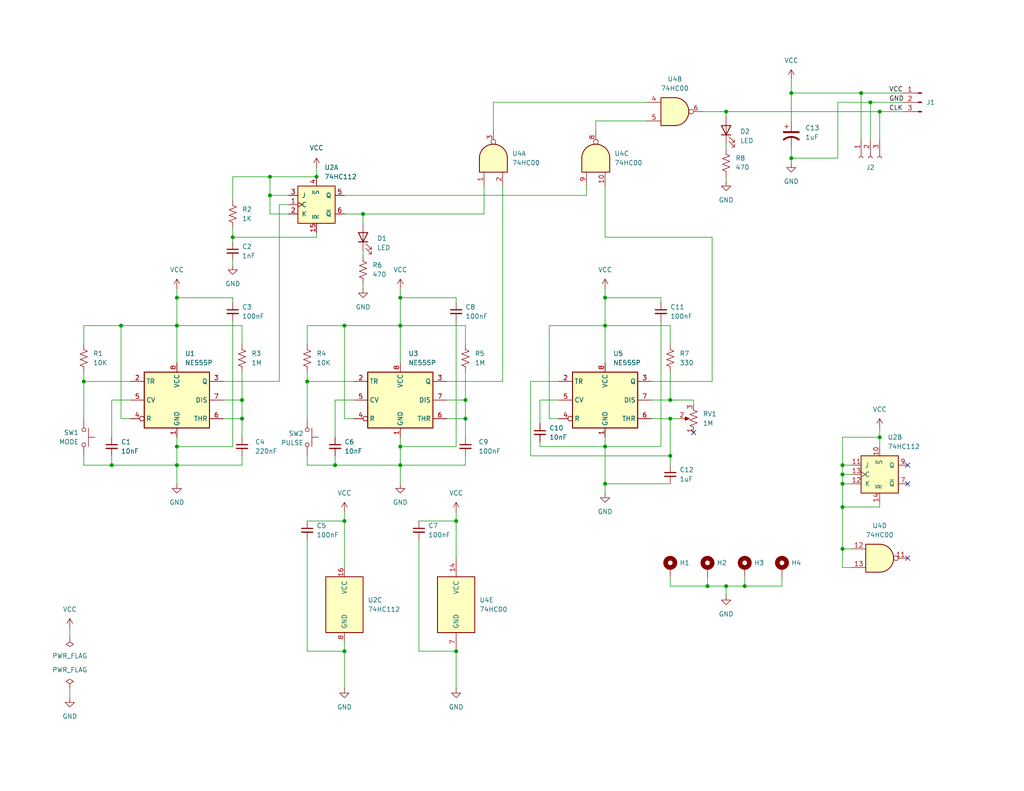
<source format=kicad_sch>
(kicad_sch (version 20250114) (generator "eeschema") (generator_version "9.0")
  (paper "USLetter")
  (title_block (title "Clock Module") (date "2025-07-08") (rev "2") (comment 1 "Frequency range in astable mode is ~1 Hz to ~3 kHz") (comment 2 "Supports both astable and monostable clock operation."))
  (lib_symbols
    (symbol "74xx:74HC00" (pin_names (offset 1.016))
      (property "Reference" "U" (at 0 1.27 0))
      (property "Value" "74HC00" (at 0 -1.27 0))
      (symbol "74HC00_1_1"
        (arc (start 0 3.81) (mid 3.7934 0) (end 0 -3.81) (stroke (width 0.254)) (fill (type background)))
        (polyline (pts (xy 0 3.81) (xy -3.81 3.81) (xy -3.81 -3.81) (xy 0 -3.81)) (stroke (width 0.254)) (fill (type background)))
        (pin input line (at -7.62 2.54 0) (length 3.81) (name "~") (number "1"))
        (pin input line (at -7.62 -2.54 0) (length 3.81) (name "~") (number "2"))
        (pin output inverted (at 7.62 0 180) (length 3.81) (name "~") (number "3"))
      )
      (symbol "74HC00_1_2"
        (arc (start -3.81 3.81) (mid -2.589 0) (end -3.81 -3.81) (stroke (width 0.254)))
        (polyline (pts (xy -3.81 3.81) (xy -0.635 3.81)) (stroke (width 0.254)) (fill (type background)))
        (polyline (pts (xy -3.81 -3.81) (xy -0.635 -3.81)) (stroke (width 0.254)) (fill (type background)))
        (arc (start 3.81 0) (mid 2.1855 -2.584) (end -0.6096 -3.81) (stroke (width 0.254)) (fill (type background)))
        (arc (start -0.6096 3.81) (mid 2.1928 2.5924) (end 3.81 0) (stroke (width 0.254)) (fill (type background)))
        (polyline (pts (xy -0.635 3.81) (xy -3.81 3.81) (xy -3.81 3.81) (xy -3.556 3.4036) (xy -3.0226 2.2606) (xy -2.6924 1.0414) (xy -2.6162 -0.254) (xy -2.7686 -1.4986) (xy -3.175 -2.7178) (xy -3.81 -3.81) (xy -3.81 -3.81) (xy -0.635 -3.81)) (stroke (width -25.4)) (fill (type background)))
        (pin input inverted (at -7.62 2.54 0) (length 4.318) (name "~") (number "1"))
        (pin input inverted (at -7.62 -2.54 0) (length 4.318) (name "~") (number "2"))
        (pin output line (at 7.62 0 180) (length 3.81) (name "~") (number "3"))
      )
      (symbol "74HC00_2_1"
        (arc (start 0 3.81) (mid 3.7934 0) (end 0 -3.81) (stroke (width 0.254)) (fill (type background)))
        (polyline (pts (xy 0 3.81) (xy -3.81 3.81) (xy -3.81 -3.81) (xy 0 -3.81)) (stroke (width 0.254)) (fill (type background)))
        (pin input line (at -7.62 2.54 0) (length 3.81) (name "~") (number "4"))
        (pin input line (at -7.62 -2.54 0) (length 3.81) (name "~") (number "5"))
        (pin output inverted (at 7.62 0 180) (length 3.81) (name "~") (number "6"))
      )
      (symbol "74HC00_2_2"
        (arc (start -3.81 3.81) (mid -2.589 0) (end -3.81 -3.81) (stroke (width 0.254)))
        (polyline (pts (xy -3.81 3.81) (xy -0.635 3.81)) (stroke (width 0.254)) (fill (type background)))
        (polyline (pts (xy -3.81 -3.81) (xy -0.635 -3.81)) (stroke (width 0.254)) (fill (type background)))
        (arc (start 3.81 0) (mid 2.1855 -2.584) (end -0.6096 -3.81) (stroke (width 0.254)) (fill (type background)))
        (arc (start -0.6096 3.81) (mid 2.1928 2.5924) (end 3.81 0) (stroke (width 0.254)) (fill (type background)))
        (polyline (pts (xy -0.635 3.81) (xy -3.81 3.81) (xy -3.81 3.81) (xy -3.556 3.4036) (xy -3.0226 2.2606) (xy -2.6924 1.0414) (xy -2.6162 -0.254) (xy -2.7686 -1.4986) (xy -3.175 -2.7178) (xy -3.81 -3.81) (xy -3.81 -3.81) (xy -0.635 -3.81)) (stroke (width -25.4)) (fill (type background)))
        (pin input inverted (at -7.62 2.54 0) (length 4.318) (name "~") (number "4"))
        (pin input inverted (at -7.62 -2.54 0) (length 4.318) (name "~") (number "5"))
        (pin output line (at 7.62 0 180) (length 3.81) (name "~") (number "6"))
      )
      (symbol "74HC00_3_1"
        (arc (start 0 3.81) (mid 3.7934 0) (end 0 -3.81) (stroke (width 0.254)) (fill (type background)))
        (polyline (pts (xy 0 3.81) (xy -3.81 3.81) (xy -3.81 -3.81) (xy 0 -3.81)) (stroke (width 0.254)) (fill (type background)))
        (pin input line (at -7.62 2.54 0) (length 3.81) (name "~") (number "9"))
        (pin input line (at -7.62 -2.54 0) (length 3.81) (name "~") (number "10"))
        (pin output inverted (at 7.62 0 180) (length 3.81) (name "~") (number "8"))
      )
      (symbol "74HC00_3_2"
        (arc (start -3.81 3.81) (mid -2.589 0) (end -3.81 -3.81) (stroke (width 0.254)))
        (polyline (pts (xy -3.81 3.81) (xy -0.635 3.81)) (stroke (width 0.254)) (fill (type background)))
        (polyline (pts (xy -3.81 -3.81) (xy -0.635 -3.81)) (stroke (width 0.254)) (fill (type background)))
        (arc (start 3.81 0) (mid 2.1855 -2.584) (end -0.6096 -3.81) (stroke (width 0.254)) (fill (type background)))
        (arc (start -0.6096 3.81) (mid 2.1928 2.5924) (end 3.81 0) (stroke (width 0.254)) (fill (type background)))
        (polyline (pts (xy -0.635 3.81) (xy -3.81 3.81) (xy -3.81 3.81) (xy -3.556 3.4036) (xy -3.0226 2.2606) (xy -2.6924 1.0414) (xy -2.6162 -0.254) (xy -2.7686 -1.4986) (xy -3.175 -2.7178) (xy -3.81 -3.81) (xy -3.81 -3.81) (xy -0.635 -3.81)) (stroke (width -25.4)) (fill (type background)))
        (pin input inverted (at -7.62 2.54 0) (length 4.318) (name "~") (number "9"))
        (pin input inverted (at -7.62 -2.54 0) (length 4.318) (name "~") (number "10"))
        (pin output line (at 7.62 0 180) (length 3.81) (name "~") (number "8"))
      )
      (symbol "74HC00_4_1"
        (arc (start 0 3.81) (mid 3.7934 0) (end 0 -3.81) (stroke (width 0.254)) (fill (type background)))
        (polyline (pts (xy 0 3.81) (xy -3.81 3.81) (xy -3.81 -3.81) (xy 0 -3.81)) (stroke (width 0.254)) (fill (type background)))
        (pin input line (at -7.62 2.54 0) (length 3.81) (name "~") (number "12"))
        (pin input line (at -7.62 -2.54 0) (length 3.81) (name "~") (number "13"))
        (pin output inverted (at 7.62 0 180) (length 3.81) (name "~") (number "11"))
      )
      (symbol "74HC00_4_2"
        (arc (start -3.81 3.81) (mid -2.589 0) (end -3.81 -3.81) (stroke (width 0.254)))
        (polyline (pts (xy -3.81 3.81) (xy -0.635 3.81)) (stroke (width 0.254)) (fill (type background)))
        (polyline (pts (xy -3.81 -3.81) (xy -0.635 -3.81)) (stroke (width 0.254)) (fill (type background)))
        (arc (start 3.81 0) (mid 2.1855 -2.584) (end -0.6096 -3.81) (stroke (width 0.254)) (fill (type background)))
        (arc (start -0.6096 3.81) (mid 2.1928 2.5924) (end 3.81 0) (stroke (width 0.254)) (fill (type background)))
        (polyline (pts (xy -0.635 3.81) (xy -3.81 3.81) (xy -3.81 3.81) (xy -3.556 3.4036) (xy -3.0226 2.2606) (xy -2.6924 1.0414) (xy -2.6162 -0.254) (xy -2.7686 -1.4986) (xy -3.175 -2.7178) (xy -3.81 -3.81) (xy -3.81 -3.81) (xy -0.635 -3.81)) (stroke (width -25.4)) (fill (type background)))
        (pin input inverted (at -7.62 2.54 0) (length 4.318) (name "~") (number "12"))
        (pin input inverted (at -7.62 -2.54 0) (length 4.318) (name "~") (number "13"))
        (pin output line (at 7.62 0 180) (length 3.81) (name "~") (number "11"))
      )
      (symbol "74HC00_5_0"
        (pin power_in line (at 0 12.7 270) (length 5.08) (name "VCC") (number "14"))
        (pin power_in line (at 0 -12.7 90) (length 5.08) (name "GND") (number "7"))
      )
      (symbol "74HC00_5_1"
        (rectangle (start -5.08 7.62) (end 5.08 -7.62) (stroke (width 0.254)) (fill (type background)))
      )
    )
    (symbol "Connector:Conn_01x03_Pin" (pin_names (offset 1.016) (hide yes))
      (property "Reference" "J" (at 0 5.08 0))
      (property "Value" "Conn_01x03_Pin" (at 0 -5.08 0))
      (symbol "Conn_01x03_Pin_1_1"
        (rectangle (start 0.8636 2.667) (end 0 2.413) (stroke (width 0.1524)) (fill (type outline)))
        (rectangle (start 0.8636 0.127) (end 0 -0.127) (stroke (width 0.1524)) (fill (type outline)))
        (rectangle (start 0.8636 -2.413) (end 0 -2.667) (stroke (width 0.1524)) (fill (type outline)))
        (polyline (pts (xy 1.27 2.54) (xy 0.8636 2.54)) (stroke (width 0.1524)))
        (polyline (pts (xy 1.27 0) (xy 0.8636 0)) (stroke (width 0.1524)))
        (polyline (pts (xy 1.27 -2.54) (xy 0.8636 -2.54)) (stroke (width 0.1524)))
        (pin passive line (at 5.08 2.54 180) (length 3.81) (name "Pin_1") (number "1"))
        (pin passive line (at 5.08 0 180) (length 3.81) (name "Pin_2") (number "2"))
        (pin passive line (at 5.08 -2.54 180) (length 3.81) (name "Pin_3") (number "3"))
      )
    )
    (symbol "Connector:Conn_01x03_Socket" (pin_names (offset 1.016) (hide yes))
      (property "Reference" "J" (at 0 5.08 0))
      (property "Value" "Conn_01x03_Socket" (at 0 -5.08 0))
      (symbol "Conn_01x03_Socket_1_1"
        (polyline (pts (xy -1.27 2.54) (xy -0.508 2.54)) (stroke (width 0.1524)))
        (polyline (pts (xy -1.27 0) (xy -0.508 0)) (stroke (width 0.1524)))
        (polyline (pts (xy -1.27 -2.54) (xy -0.508 -2.54)) (stroke (width 0.1524)))
        (arc (start 0 2.032) (mid -0.5058 2.54) (end 0 3.048) (stroke (width 0.1524)))
        (arc (start 0 -0.508) (mid -0.5058 0) (end 0 0.508) (stroke (width 0.1524)))
        (arc (start 0 -3.048) (mid -0.5058 -2.54) (end 0 -2.032) (stroke (width 0.1524)))
        (pin passive line (at -5.08 2.54 0) (length 3.81) (name "Pin_1") (number "1"))
        (pin passive line (at -5.08 0 0) (length 3.81) (name "Pin_2") (number "2"))
        (pin passive line (at -5.08 -2.54 0) (length 3.81) (name "Pin_3") (number "3"))
      )
    )
    (symbol "Device:C_Polarized_US" (pin_numbers (hide yes)) (pin_names (offset 0.254) (hide yes))
      (property "Reference" "C" (at 0.635 2.54 0))
      (property "Value" "C_Polarized_US" (at 0.635 -2.54 0))
      (symbol "C_Polarized_US_0_1"
        (polyline (pts (xy -2.032 0.762) (xy 2.032 0.762)) (stroke (width 0.508)))
        (polyline (pts (xy -1.778 2.286) (xy -0.762 2.286)))
        (polyline (pts (xy -1.27 1.778) (xy -1.27 2.794)))
        (arc (start -2.032 -1.27) (mid 0 -0.5572) (end 2.032 -1.27) (stroke (width 0.508)))
      )
      (symbol "C_Polarized_US_1_1"
        (pin passive line (at 0 3.81 270) (length 2.794) (name "~") (number "1"))
        (pin passive line (at 0 -3.81 90) (length 3.302) (name "~") (number "2"))
      )
    )
    (symbol "Device:C_Small" (pin_numbers (hide yes)) (pin_names (offset 0.254) (hide yes))
      (property "Reference" "C" (at 0.254 1.778 0))
      (property "Value" "C_Small" (at 0.254 -2.032 0))
      (symbol "C_Small_0_1"
        (polyline (pts (xy -1.524 0.508) (xy 1.524 0.508)) (stroke (width 0.3048)))
        (polyline (pts (xy -1.524 -0.508) (xy 1.524 -0.508)) (stroke (width 0.3302)))
      )
      (symbol "C_Small_1_1"
        (pin passive line (at 0 2.54 270) (length 2.032) (name "~") (number "1"))
        (pin passive line (at 0 -2.54 90) (length 2.032) (name "~") (number "2"))
      )
    )
    (symbol "Device:LED" (pin_numbers (hide yes)) (pin_names (offset 1.016) (hide yes))
      (property "Reference" "D" (at 0 2.54 0))
      (property "Value" "LED" (at 0 -2.54 0))
      (symbol "LED_0_1"
        (polyline (pts (xy -3.048 -0.762) (xy -4.572 -2.286) (xy -3.81 -2.286) (xy -4.572 -2.286) (xy -4.572 -1.524)))
        (polyline (pts (xy -1.778 -0.762) (xy -3.302 -2.286) (xy -2.54 -2.286) (xy -3.302 -2.286) (xy -3.302 -1.524)))
        (polyline (pts (xy -1.27 0) (xy 1.27 0)))
        (polyline (pts (xy -1.27 -1.27) (xy -1.27 1.27)) (stroke (width 0.254)))
        (polyline (pts (xy 1.27 -1.27) (xy 1.27 1.27) (xy -1.27 0) (xy 1.27 -1.27)) (stroke (width 0.254)))
      )
      (symbol "LED_1_1"
        (pin passive line (at -3.81 0 0) (length 2.54) (name "K") (number "1"))
        (pin passive line (at 3.81 0 180) (length 2.54) (name "A") (number "2"))
      )
    )
    (symbol "Device:R_Potentiometer_US" (pin_names (offset 1.016) (hide yes))
      (property "Reference" "RV" (at -4.445 0 90))
      (property "Value" "R_Potentiometer_US" (at -2.54 0 90))
      (symbol "R_Potentiometer_US_0_1"
        (polyline (pts (xy 0 2.54) (xy 0 2.286)))
        (polyline (pts (xy 0 2.286) (xy 1.016 1.905) (xy 0 1.524) (xy -1.016 1.143) (xy 0 0.762)))
        (polyline (pts (xy 0 0.762) (xy 1.016 0.381) (xy 0 0) (xy -1.016 -0.381) (xy 0 -0.762)))
        (polyline (pts (xy 0 -0.762) (xy 1.016 -1.143) (xy 0 -1.524) (xy -1.016 -1.905) (xy 0 -2.286)))
        (polyline (pts (xy 0 -2.286) (xy 0 -2.54)))
        (polyline (pts (xy 1.143 0) (xy 2.286 0.508) (xy 2.286 -0.508) (xy 1.143 0)) (fill (type outline)))
        (polyline (pts (xy 2.54 0) (xy 1.524 0)))
      )
      (symbol "R_Potentiometer_US_1_1"
        (pin passive line (at 0 3.81 270) (length 1.27) (name "1") (number "1"))
        (pin passive line (at 0 -3.81 90) (length 1.27) (name "3") (number "3"))
        (pin passive line (at 3.81 0 180) (length 1.27) (name "2") (number "2"))
      )
    )
    (symbol "Device:R_US" (pin_numbers (hide yes)) (pin_names (offset 0))
      (property "Reference" "R" (at 2.54 0 90))
      (property "Value" "R_US" (at -2.54 0 90))
      (symbol "R_US_0_1"
        (polyline (pts (xy 0 2.286) (xy 0 2.54)))
        (polyline (pts (xy 0 2.286) (xy 1.016 1.905) (xy 0 1.524) (xy -1.016 1.143) (xy 0 0.762)))
        (polyline (pts (xy 0 0.762) (xy 1.016 0.381) (xy 0 0) (xy -1.016 -0.381) (xy 0 -0.762)))
        (polyline (pts (xy 0 -0.762) (xy 1.016 -1.143) (xy 0 -1.524) (xy -1.016 -1.905) (xy 0 -2.286)))
        (polyline (pts (xy 0 -2.286) (xy 0 -2.54)))
      )
      (symbol "R_US_1_1"
        (pin passive line (at 0 3.81 270) (length 1.27) (name "~") (number "1"))
        (pin passive line (at 0 -3.81 90) (length 1.27) (name "~") (number "2"))
      )
    )
    (symbol "Mechanical:MountingHole_Pad" (pin_numbers (hide yes)) (pin_names (offset 1.016) (hide yes)) (in_bom no)
      (property "Reference" "H" (at 0 6.35 0))
      (property "Value" "MountingHole_Pad" (at 0 4.445 0))
      (symbol "MountingHole_Pad_0_1"
        (circle (center 0 1.27) (radius 1.27) (stroke (width 1.27)))
      )
      (symbol "MountingHole_Pad_1_1"
        (pin input line (at 0 -2.54 90) (length 2.54) (name "1") (number "1"))
      )
    )
    (symbol "Project:74HC112" (pin_names (offset 1.016))
      (property "Reference" "U" (at -7.62 8.89 0))
      (property "Value" "74HC112" (at -7.62 -8.89 0))
      (symbol "74HC112_1_0"
        (pin input line (at -7.62 2.54 0) (length 2.54) (name "J") (number "3"))
        (pin input clock (at -7.62 0 0) (length 2.54) (name "C") (number "1"))
        (pin input line (at -7.62 -2.54 0) (length 2.54) (name "K") (number "2"))
        (pin input line (at 0 7.62 270) (length 2.54) (name "~{S}") (number "4"))
        (pin input line (at 0 -7.62 90) (length 2.54) (name "~{R}") (number "15"))
        (pin output line (at 7.62 2.54 180) (length 2.54) (name "Q") (number "5"))
        (pin output line (at 7.62 -2.54 180) (length 2.54) (name "~{Q}") (number "6"))
      )
      (symbol "74HC112_1_1"
        (rectangle (start -5.08 5.08) (end 5.08 -5.08) (stroke (width 0.254)) (fill (type background)))
      )
      (symbol "74HC112_2_0"
        (pin input line (at -7.62 2.54 0) (length 2.54) (name "J") (number "11"))
        (pin input clock (at -7.62 0 0) (length 2.54) (name "C") (number "13"))
        (pin input line (at -7.62 -2.54 0) (length 2.54) (name "K") (number "12"))
        (pin input line (at 0 7.62 270) (length 2.54) (name "~{S}") (number "10"))
        (pin input line (at 0 -7.62 90) (length 2.54) (name "~{R}") (number "14"))
        (pin output line (at 7.62 2.54 180) (length 2.54) (name "Q") (number "9"))
        (pin output line (at 7.62 -2.54 180) (length 2.54) (name "~{Q}") (number "7"))
      )
      (symbol "74HC112_2_1"
        (rectangle (start -5.08 5.08) (end 5.08 -5.08) (stroke (width 0.254)) (fill (type background)))
      )
      (symbol "74HC112_3_0"
        (pin power_in line (at 0 10.16 270) (length 2.54) (name "VCC") (number "16"))
        (pin power_in line (at 0 -10.16 90) (length 2.54) (name "GND") (number "8"))
      )
      (symbol "74HC112_3_1"
        (rectangle (start -5.08 7.62) (end 5.08 -7.62) (stroke (width 0.254)) (fill (type background)))
      )
    )
    (symbol "Switch:SW_Push" (pin_numbers (hide yes)) (pin_names (offset 1.016) (hide yes))
      (property "Reference" "SW" (at 1.27 2.54 0))
      (property "Value" "SW_Push" (at 0 -1.524 0))
      (symbol "SW_Push_0_1"
        (circle (center -2.032 0) (radius 0.508))
        (polyline (pts (xy 0 1.27) (xy 0 3.048)))
        (circle (center 2.032 0) (radius 0.508))
        (polyline (pts (xy 2.54 1.27) (xy -2.54 1.27)))
        (pin passive line (at -5.08 0 0) (length 2.54) (name "1") (number "1"))
        (pin passive line (at 5.08 0 180) (length 2.54) (name "2") (number "2"))
      )
    )
    (symbol "Timer:NE555P"
      (property "Reference" "U" (at -10.16 8.89 0))
      (property "Value" "NE555P" (at 2.54 8.89 0))
      (symbol "NE555P_0_0"
        (pin power_in line (at 0 10.16 270) (length 2.54) (name "VCC") (number "8"))
        (pin power_in line (at 0 -10.16 90) (length 2.54) (name "GND") (number "1"))
      )
      (symbol "NE555P_0_1"
        (rectangle (start -8.89 -7.62) (end 8.89 7.62) (stroke (width 0.254)) (fill (type background)))
        (rectangle (start -8.89 -7.62) (end 8.89 7.62) (stroke (width 0.254)) (fill (type background)))
      )
      (symbol "NE555P_1_1"
        (pin input line (at -12.7 5.08 0) (length 3.81) (name "TR") (number "2"))
        (pin input line (at -12.7 0 0) (length 3.81) (name "CV") (number "5"))
        (pin input inverted (at -12.7 -5.08 0) (length 3.81) (name "R") (number "4"))
        (pin output line (at 12.7 5.08 180) (length 3.81) (name "Q") (number "3"))
        (pin input line (at 12.7 0 180) (length 3.81) (name "DIS") (number "7"))
        (pin input line (at 12.7 -5.08 180) (length 3.81) (name "THR") (number "6"))
      )
    )
    (symbol "power:GND" (power) (pin_numbers (hide yes)) (pin_names (offset 0) (hide yes))
      (property "Value" "GND" (at 0 -3.81 0))
      (symbol "GND_0_1"
        (polyline (pts (xy 0 0) (xy 0 -1.27) (xy 1.27 -1.27) (xy 0 -2.54) (xy -1.27 -1.27) (xy 0 -1.27)))
      )
      (symbol "GND_1_1"
        (pin power_in line (at 0 0 270) (length 0) (name "~") (number "1"))
      )
    )
    (symbol "power:PWR_FLAG" (power) (pin_numbers (hide yes)) (pin_names (offset 0) (hide yes))
      (property "Value" "PWR_FLAG" (at 0 3.81 0))
      (symbol "PWR_FLAG_0_0"
        (pin power_out line (at 0 0 90) (length 0) (name "~") (number "1"))
      )
      (symbol "PWR_FLAG_0_1"
        (polyline (pts (xy 0 0) (xy 0 1.27) (xy -1.016 1.905) (xy 0 2.54) (xy 1.016 1.905) (xy 0 1.27)))
      )
    )
    (symbol "power:VCC" (power) (pin_numbers (hide yes)) (pin_names (offset 0) (hide yes))
      (property "Value" "VCC" (at 0 3.556 0))
      (symbol "VCC_0_1"
        (polyline (pts (xy -0.762 1.27) (xy 0 2.54)))
        (polyline (pts (xy 0 2.54) (xy 0.762 1.27)))
        (polyline (pts (xy 0 0) (xy 0 2.54)))
      )
      (symbol "VCC_1_1"
        (pin power_in line (at 0 0 90) (length 0) (name "~") (number "1"))
      )
    )
  )
  (junction (at 48.26 88.9))
  (junction (at 30.48 127))
  (junction (at 229.87 149.86))
  (junction (at 66.04 109.22))
  (junction (at 240.03 30.48))
  (junction (at 203.2 160.02))
  (junction (at 73.66 53.34))
  (junction (at 22.86 104.14))
  (junction (at 93.98 142.24))
  (junction (at 240.03 119.38))
  (junction (at 237.49 27.94))
  (junction (at 86.36 48.26))
  (junction (at 234.95 25.4))
  (junction (at 215.9 43.18))
  (junction (at 165.1 132.08))
  (junction (at 124.46 142.24))
  (junction (at 109.22 81.28))
  (junction (at 91.44 127))
  (junction (at 215.9 25.4))
  (junction (at 109.22 121.92))
  (junction (at 127 114.3))
  (junction (at 193.04 160.02))
  (junction (at 66.04 114.3))
  (junction (at 33.02 88.9))
  (junction (at 83.82 104.14))
  (junction (at 182.88 114.3))
  (junction (at 182.88 109.22))
  (junction (at 198.12 30.48))
  (junction (at 124.46 177.8))
  (junction (at 127 109.22))
  (junction (at 48.26 81.28))
  (junction (at 165.1 81.28))
  (junction (at 229.87 127))
  (junction (at 48.26 121.92))
  (junction (at 229.87 138.43))
  (junction (at 165.1 121.92))
  (junction (at 93.98 177.8))
  (junction (at 63.5 64.77))
  (junction (at 198.12 160.02))
  (junction (at 48.26 127))
  (junction (at 99.06 58.42))
  (junction (at 73.66 48.26))
  (junction (at 109.22 88.9))
  (junction (at 93.98 88.9))
  (junction (at 165.1 88.9))
  (junction (at 109.22 127))
  (junction (at 229.87 132.08))
  (junction (at 182.88 124.46))
  (junction (at 229.87 129.54))
  (no_connect (at 247.65 152.4))
  (no_connect (at 189.23 118.11))
  (no_connect (at 247.65 127))
  (no_connect (at 247.65 132.08))
  (wire (pts (xy 66.04 124.46) (xy 66.04 127)))
  (wire (pts (xy 229.87 129.54) (xy 229.87 132.08)))
  (wire (pts (xy 134.62 35.56) (xy 134.62 27.94)))
  (wire (pts (xy 237.49 27.94) (xy 246.38 27.94)))
  (wire (pts (xy 48.26 81.28) (xy 48.26 88.9)))
  (wire (pts (xy 134.62 27.94) (xy 176.53 27.94)))
  (wire (pts (xy 48.26 121.92) (xy 48.26 127)))
  (wire (pts (xy 96.52 104.14) (xy 83.82 104.14)))
  (wire (pts (xy 93.98 175.26) (xy 93.98 177.8)))
  (wire (pts (xy 93.98 88.9) (xy 109.22 88.9)))
  (wire (pts (xy 198.12 39.37) (xy 198.12 40.64)))
  (wire (pts (xy 176.53 33.02) (xy 162.56 33.02)))
  (wire (pts (xy 215.9 40.64) (xy 215.9 43.18)))
  (wire (pts (xy 177.8 109.22) (xy 182.88 109.22)))
  (wire (pts (xy 198.12 30.48) (xy 240.03 30.48)))
  (wire (pts (xy 48.26 88.9) (xy 66.04 88.9)))
  (wire (pts (xy 83.82 88.9) (xy 93.98 88.9)))
  (wire (pts (xy 66.04 109.22) (xy 66.04 101.6)))
  (wire (pts (xy 124.46 121.92) (xy 109.22 121.92)))
  (wire (pts (xy 60.96 109.22) (xy 66.04 109.22)))
  (wire (pts (xy 193.04 157.48) (xy 193.04 160.02)))
  (wire (pts (xy 121.92 109.22) (xy 127 109.22)))
  (wire (pts (xy 93.98 53.34) (xy 160.02 53.34)))
  (wire (pts (xy 63.5 64.77) (xy 63.5 66.04)))
  (wire (pts (xy 124.46 139.7) (xy 124.46 142.24)))
  (wire (pts (xy 99.06 58.42) (xy 99.06 60.96)))
  (wire (pts (xy 193.04 160.02) (xy 198.12 160.02)))
  (wire (pts (xy 66.04 109.22) (xy 66.04 114.3)))
  (wire (pts (xy 144.78 104.14) (xy 144.78 124.46)))
  (wire (pts (xy 99.06 68.58) (xy 99.06 69.85)))
  (wire (pts (xy 229.87 127) (xy 232.41 127)))
  (wire (pts (xy 93.98 139.7) (xy 93.98 142.24)))
  (wire (pts (xy 147.32 109.22) (xy 147.32 115.57)))
  (wire (pts (xy 83.82 104.14) (xy 83.82 101.6)))
  (wire (pts (xy 73.66 53.34) (xy 73.66 48.26)))
  (wire (pts (xy 30.48 109.22) (xy 35.56 109.22)))
  (wire (pts (xy 229.87 129.54) (xy 232.41 129.54)))
  (wire (pts (xy 48.26 88.9) (xy 48.26 99.06)))
  (wire (pts (xy 165.1 121.92) (xy 180.34 121.92)))
  (wire (pts (xy 147.32 121.92) (xy 147.32 120.65)))
  (wire (pts (xy 22.86 104.14) (xy 22.86 101.6)))
  (wire (pts (xy 99.06 77.47) (xy 99.06 78.74)))
  (wire (pts (xy 127 109.22) (xy 127 101.6)))
  (wire (pts (xy 177.8 114.3) (xy 182.88 114.3)))
  (wire (pts (xy 232.41 154.94) (xy 229.87 154.94)))
  (wire (pts (xy 22.86 127) (xy 30.48 127)))
  (wire (pts (xy 109.22 81.28) (xy 109.22 88.9)))
  (wire (pts (xy 63.5 87.63) (xy 63.5 121.92)))
  (wire (pts (xy 60.96 114.3) (xy 66.04 114.3)))
  (wire (pts (xy 48.26 127) (xy 48.26 132.08)))
  (wire (pts (xy 229.87 149.86) (xy 232.41 149.86)))
  (wire (pts (xy 66.04 88.9) (xy 66.04 93.98)))
  (wire (pts (xy 48.26 119.38) (xy 48.26 121.92)))
  (wire (pts (xy 63.5 81.28) (xy 63.5 82.55)))
  (wire (pts (xy 237.49 27.94) (xy 237.49 38.1)))
  (wire (pts (xy 66.04 127) (xy 48.26 127)))
  (wire (pts (xy 194.31 104.14) (xy 177.8 104.14)))
  (wire (pts (xy 189.23 110.49) (xy 189.23 109.22)))
  (wire (pts (xy 229.87 149.86) (xy 229.87 138.43)))
  (wire (pts (xy 127 127) (xy 109.22 127)))
  (wire (pts (xy 240.03 30.48) (xy 240.03 38.1)))
  (wire (pts (xy 91.44 124.46) (xy 91.44 127)))
  (wire (pts (xy 152.4 104.14) (xy 144.78 104.14)))
  (wire (pts (xy 198.12 160.02) (xy 203.2 160.02)))
  (wire (pts (xy 132.08 50.8) (xy 132.08 58.42)))
  (wire (pts (xy 66.04 114.3) (xy 66.04 119.38)))
  (wire (pts (xy 240.03 116.84) (xy 240.03 119.38)))
  (wire (pts (xy 165.1 81.28) (xy 165.1 88.9)))
  (wire (pts (xy 215.9 25.4) (xy 234.95 25.4)))
  (wire (pts (xy 215.9 25.4) (xy 215.9 33.02)))
  (wire (pts (xy 73.66 48.26) (xy 86.36 48.26)))
  (wire (pts (xy 35.56 114.3) (xy 33.02 114.3)))
  (wire (pts (xy 198.12 30.48) (xy 198.12 31.75)))
  (wire (pts (xy 160.02 53.34) (xy 160.02 50.8)))
  (wire (pts (xy 229.87 127) (xy 229.87 129.54)))
  (wire (pts (xy 76.2 104.14) (xy 76.2 55.88)))
  (wire (pts (xy 121.92 104.14) (xy 137.16 104.14)))
  (wire (pts (xy 73.66 48.26) (xy 63.5 48.26)))
  (wire (pts (xy 114.3 142.24) (xy 124.46 142.24)))
  (wire (pts (xy 30.48 124.46) (xy 30.48 127)))
  (wire (pts (xy 109.22 78.74) (xy 109.22 81.28)))
  (wire (pts (xy 124.46 87.63) (xy 124.46 121.92)))
  (wire (pts (xy 182.88 157.48) (xy 182.88 160.02)))
  (wire (pts (xy 91.44 109.22) (xy 91.44 119.38)))
  (wire (pts (xy 234.95 25.4) (xy 234.95 38.1)))
  (wire (pts (xy 73.66 53.34) (xy 78.74 53.34)))
  (wire (pts (xy 182.88 101.6) (xy 182.88 109.22)))
  (wire (pts (xy 162.56 33.02) (xy 162.56 35.56)))
  (wire (pts (xy 165.1 78.74) (xy 165.1 81.28)))
  (wire (pts (xy 229.87 138.43) (xy 240.03 138.43)))
  (wire (pts (xy 127 109.22) (xy 127 114.3)))
  (wire (pts (xy 114.3 177.8) (xy 124.46 177.8)))
  (wire (pts (xy 83.82 93.98) (xy 83.82 88.9)))
  (wire (pts (xy 127 88.9) (xy 109.22 88.9)))
  (wire (pts (xy 165.1 81.28) (xy 180.34 81.28)))
  (wire (pts (xy 60.96 104.14) (xy 76.2 104.14)))
  (wire (pts (xy 191.77 30.48) (xy 198.12 30.48)))
  (wire (pts (xy 180.34 81.28) (xy 180.34 82.55)))
  (wire (pts (xy 83.82 127) (xy 91.44 127)))
  (wire (pts (xy 203.2 157.48) (xy 203.2 160.02)))
  (wire (pts (xy 149.86 88.9) (xy 165.1 88.9)))
  (wire (pts (xy 127 119.38) (xy 127 114.3)))
  (wire (pts (xy 78.74 58.42) (xy 73.66 58.42)))
  (wire (pts (xy 203.2 160.02) (xy 213.36 160.02)))
  (wire (pts (xy 33.02 88.9) (xy 33.02 114.3)))
  (wire (pts (xy 189.23 109.22) (xy 182.88 109.22)))
  (wire (pts (xy 215.9 43.18) (xy 215.9 44.45)))
  (wire (pts (xy 132.08 58.42) (xy 99.06 58.42)))
  (wire (pts (xy 229.87 154.94) (xy 229.87 149.86)))
  (wire (pts (xy 182.88 132.08) (xy 165.1 132.08)))
  (wire (pts (xy 194.31 104.14) (xy 194.31 64.77)))
  (wire (pts (xy 73.66 58.42) (xy 73.66 53.34)))
  (wire (pts (xy 144.78 124.46) (xy 182.88 124.46)))
  (wire (pts (xy 96.52 109.22) (xy 91.44 109.22)))
  (wire (pts (xy 194.31 64.77) (xy 165.1 64.77)))
  (wire (pts (xy 19.05 187.96) (xy 19.05 190.5)))
  (wire (pts (xy 182.88 160.02) (xy 193.04 160.02)))
  (wire (pts (xy 48.26 81.28) (xy 63.5 81.28)))
  (wire (pts (xy 33.02 88.9) (xy 48.26 88.9)))
  (wire (pts (xy 93.98 88.9) (xy 93.98 114.3)))
  (wire (pts (xy 240.03 138.43) (xy 240.03 137.16)))
  (wire (pts (xy 240.03 119.38) (xy 240.03 121.92)))
  (wire (pts (xy 22.86 88.9) (xy 22.86 93.98)))
  (wire (pts (xy 86.36 48.26) (xy 86.36 45.72)))
  (wire (pts (xy 124.46 142.24) (xy 124.46 152.4)))
  (wire (pts (xy 22.86 104.14) (xy 22.86 114.3)))
  (wire (pts (xy 63.5 48.26) (xy 63.5 54.61)))
  (wire (pts (xy 240.03 119.38) (xy 229.87 119.38)))
  (wire (pts (xy 127 114.3) (xy 121.92 114.3)))
  (wire (pts (xy 182.88 114.3) (xy 185.42 114.3)))
  (wire (pts (xy 182.88 88.9) (xy 165.1 88.9)))
  (wire (pts (xy 124.46 177.8) (xy 124.46 187.96)))
  (wire (pts (xy 213.36 160.02) (xy 213.36 157.48)))
  (wire (pts (xy 234.95 25.4) (xy 246.38 25.4)))
  (wire (pts (xy 182.88 124.46) (xy 182.88 127)))
  (wire (pts (xy 165.1 132.08) (xy 165.1 134.62)))
  (wire (pts (xy 93.98 142.24) (xy 83.82 142.24)))
  (wire (pts (xy 152.4 109.22) (xy 147.32 109.22)))
  (wire (pts (xy 152.4 114.3) (xy 149.86 114.3)))
  (wire (pts (xy 137.16 104.14) (xy 137.16 50.8)))
  (wire (pts (xy 109.22 81.28) (xy 124.46 81.28)))
  (wire (pts (xy 30.48 109.22) (xy 30.48 119.38)))
  (wire (pts (xy 48.26 78.74) (xy 48.26 81.28)))
  (wire (pts (xy 182.88 114.3) (xy 182.88 124.46)))
  (wire (pts (xy 198.12 160.02) (xy 198.12 162.56)))
  (wire (pts (xy 228.6 27.94) (xy 228.6 43.18)))
  (wire (pts (xy 63.5 121.92) (xy 48.26 121.92)))
  (wire (pts (xy 198.12 48.26) (xy 198.12 49.53)))
  (wire (pts (xy 19.05 171.45) (xy 19.05 173.99)))
  (wire (pts (xy 22.86 124.46) (xy 22.86 127)))
  (wire (pts (xy 109.22 127) (xy 109.22 132.08)))
  (wire (pts (xy 127 93.98) (xy 127 88.9)))
  (wire (pts (xy 76.2 55.88) (xy 78.74 55.88)))
  (wire (pts (xy 86.36 64.77) (xy 63.5 64.77)))
  (wire (pts (xy 228.6 27.94) (xy 237.49 27.94)))
  (wire (pts (xy 149.86 114.3) (xy 149.86 88.9)))
  (wire (pts (xy 86.36 63.5) (xy 86.36 64.77)))
  (wire (pts (xy 165.1 88.9) (xy 165.1 99.06)))
  (wire (pts (xy 165.1 50.8) (xy 165.1 64.77)))
  (wire (pts (xy 228.6 43.18) (xy 215.9 43.18)))
  (wire (pts (xy 240.03 30.48) (xy 246.38 30.48)))
  (wire (pts (xy 93.98 142.24) (xy 93.98 154.94)))
  (wire (pts (xy 83.82 104.14) (xy 83.82 114.3)))
  (wire (pts (xy 147.32 121.92) (xy 165.1 121.92)))
  (wire (pts (xy 30.48 127) (xy 48.26 127)))
  (wire (pts (xy 165.1 119.38) (xy 165.1 121.92)))
  (wire (pts (xy 229.87 132.08) (xy 232.41 132.08)))
  (wire (pts (xy 93.98 58.42) (xy 99.06 58.42)))
  (wire (pts (xy 63.5 71.12) (xy 63.5 72.39)))
  (wire (pts (xy 165.1 121.92) (xy 165.1 132.08)))
  (wire (pts (xy 182.88 93.98) (xy 182.88 88.9)))
  (wire (pts (xy 93.98 177.8) (xy 93.98 187.96)))
  (wire (pts (xy 96.52 114.3) (xy 93.98 114.3)))
  (wire (pts (xy 229.87 132.08) (xy 229.87 138.43)))
  (wire (pts (xy 83.82 147.32) (xy 83.82 177.8)))
  (wire (pts (xy 109.22 121.92) (xy 109.22 127)))
  (wire (pts (xy 22.86 104.14) (xy 35.56 104.14)))
  (wire (pts (xy 127 124.46) (xy 127 127)))
  (wire (pts (xy 109.22 88.9) (xy 109.22 99.06)))
  (wire (pts (xy 91.44 127) (xy 109.22 127)))
  (wire (pts (xy 114.3 147.32) (xy 114.3 177.8)))
  (wire (pts (xy 180.34 87.63) (xy 180.34 121.92)))
  (wire (pts (xy 83.82 124.46) (xy 83.82 127)))
  (wire (pts (xy 83.82 177.8) (xy 93.98 177.8)))
  (wire (pts (xy 124.46 81.28) (xy 124.46 82.55)))
  (wire (pts (xy 63.5 62.23) (xy 63.5 64.77)))
  (wire (pts (xy 109.22 121.92) (xy 109.22 119.38)))
  (wire (pts (xy 215.9 21.59) (xy 215.9 25.4)))
  (wire (pts (xy 229.87 119.38) (xy 229.87 127)))
  (wire (pts (xy 22.86 88.9) (xy 33.02 88.9)))
  (label "VCC" (at 242.57 25.4 0))
  (label "CLK" (at 242.57 30.48 0))
  (label "GND" (at 242.57 27.94 0))
  (symbol (lib_id "power:VCC") (at 165.1 78.74 0) (unit 1)
    (property "Reference" "#PWR014" (effects (hide yes)))
    (property "Value" "VCC" (at 165.1 73.66 0))
  )
  (symbol (lib_id "power:GND") (at 198.12 49.53 0) (unit 1)
    (property "Reference" "#PWR016" (effects (hide yes)))
    (property "Value" "GND" (at 198.12 54.61 0))
  )
  (symbol (lib_id "power:VCC") (at 215.9 21.59 0) (unit 1)
    (property "Reference" "#PWR017" (effects (hide yes)))
    (property "Value" "VCC" (at 215.9 16.51 0))
  )
  (symbol (lib_id "Connector:Conn_01x03_Socket") (at 237.49 43.18 90) (mirror x) (unit 1)
    (property "Reference" "J2" (at 237.49 45.72 90))
    (property "Value" "Conn_01x03_Socket" (effects (hide yes)))
    (property "Footprint" "Connector_PinSocket_2.54mm:PinSocket_1x03_P2.54mm_Vertical" (effects (hide yes)))
    (property "Description" "Generic connector, single row, 01x03, script generated" (effects (hide yes)))
  )
  (symbol (lib_id "Device:C_Small") (at 83.82 144.78 0) (unit 1)
    (property "Reference" "C5" (at 86.36 143.5163 0) (effects (justify left)))
    (property "Value" "100nF" (at 86.36 146.0563 0) (effects (justify left)))
    (property "Footprint" "Capacitor_THT:C_Disc_D3.0mm_W2.0mm_P2.50mm" (effects (hide yes)))
  )
  (symbol (lib_id "Device:C_Small") (at 66.04 121.92 0) (unit 1)
    (property "Reference" "C4" (at 69.596 120.6563 0) (effects (justify left)))
    (property "Value" "220nF" (at 69.596 123.1963 0) (effects (justify left)))
    (property "Footprint" "Capacitor_THT:C_Disc_D5.0mm_W2.5mm_P5.00mm" (effects (hide yes)))
  )
  (symbol (lib_id "Mechanical:MountingHole_Pad") (at 193.04 154.94 0) (unit 1) (in_bom no)
    (property "Reference" "H2" (at 195.58 153.6699 0) (effects (justify left)))
    (property "Value" "MountingHole_Pad" (effects (hide yes)))
    (property "Footprint" "MountingHole:MountingHole_2.2mm_M2_DIN965_Pad" (effects (hide yes)))
    (property "Description" "Mounting Hole with connection" (effects (hide yes)))
  )
  (symbol (lib_id "Switch:SW_Push") (at 22.86 119.38 270) (unit 1)
    (property "Reference" "SW1" (at 21.5007 118.11 90) (effects (justify right)))
    (property "Value" "MODE" (at 21.5007 120.65 90) (effects (justify right)))
    (property "Footprint" "Button_Switch_THT:SW_PUSH_6mm" (effects (hide yes)))
  )
  (symbol (lib_id "power:GND") (at 165.1 134.62 0) (unit 1)
    (property "Reference" "#PWR015" (effects (hide yes)))
    (property "Value" "GND" (at 165.1 139.7 0))
  )
  (symbol (lib_id "Timer:NE555P") (at 109.22 109.22 0) (unit 1)
    (property "Reference" "U3" (at 111.4141 96.52 0) (effects (justify left)))
    (property "Value" "NE555P" (at 111.4141 99.06 0) (effects (justify left)))
    (property "Footprint" "Package_DIP:DIP-8_W7.62mm_Socket" (effects (hide yes)))
    (property "Datasheet" "http://www.ti.com/lit/ds/symlink/ne555.pdf" (effects (hide yes)))
    (property "Description" "Precision Timers, 555 compatible,  PDIP-8" (effects (hide yes)))
  )
  (symbol (lib_id "Device:LED") (at 198.12 35.56 90) (unit 1)
    (property "Reference" "D2" (at 201.93 35.8775 90) (effects (justify right)))
    (property "Value" "LED" (at 201.93 38.4175 90) (effects (justify right)))
    (property "Footprint" "LED_THT:LED_D5.0mm" (effects (hide yes)))
    (property "Sim.Pins" "1=K 2=A" (effects (hide yes)))
  )
  (symbol (lib_id "Device:C_Polarized_US") (at 215.9 36.83 0) (unit 1)
    (property "Reference" "C13" (at 219.71 34.9249 0) (effects (justify left)))
    (property "Value" "1uF" (at 219.71 37.4649 0) (effects (justify left)))
    (property "Footprint" "Capacitor_THT:CP_Radial_D5.0mm_P2.00mm" (effects (hide yes)))
    (property "Description" "Polarized capacitor, US symbol" (effects (hide yes)))
  )
  (symbol (lib_id "Device:C_Small") (at 182.88 129.54 0) (unit 1)
    (property "Reference" "C12" (at 185.42 128.2762 0) (effects (justify left)))
    (property "Value" "1uF" (at 185.42 130.8162 0) (effects (justify left)))
    (property "Footprint" "Capacitor_THT:C_Disc_D5.0mm_W2.5mm_P5.00mm" (effects (hide yes)))
  )
  (symbol (lib_id "Device:C_Small") (at 30.48 121.92 0) (unit 1)
    (property "Reference" "C1" (at 33.02 120.6563 0) (effects (justify left)))
    (property "Value" "10nF" (at 33.02 123.1963 0) (effects (justify left)))
    (property "Footprint" "Capacitor_THT:C_Disc_D3.0mm_W2.0mm_P2.50mm" (effects (hide yes)))
  )
  (symbol (lib_id "Device:C_Small") (at 63.5 85.09 0) (unit 1)
    (property "Reference" "C3" (at 66.04 83.8263 0) (effects (justify left)))
    (property "Value" "100nF" (at 66.04 86.3663 0) (effects (justify left)))
    (property "Footprint" "Capacitor_THT:C_Disc_D3.0mm_W2.0mm_P2.50mm" (effects (hide yes)))
  )
  (symbol (lib_id "power:GND") (at 198.12 162.56 0) (unit 1)
    (property "Reference" "#PWR020" (effects (hide yes)))
    (property "Value" "GND" (at 198.12 167.64 0))
    (property "Description" "Power symbol creates a global label with name \"GND\" , ground" (effects (hide yes)))
  )
  (symbol (lib_id "power:GND") (at 19.05 190.5 0) (unit 1)
    (property "Reference" "#PWR02" (effects (hide yes)))
    (property "Value" "GND" (at 19.05 195.58 0))
  )
  (symbol (lib_id "Device:C_Small") (at 63.5 68.58 0) (unit 1)
    (property "Reference" "C2" (at 66.04 67.3163 0) (effects (justify left)))
    (property "Value" "1nF" (at 66.04 69.8563 0) (effects (justify left)))
    (property "Footprint" "Capacitor_THT:C_Disc_D5.0mm_W2.5mm_P5.00mm" (effects (hide yes)))
  )
  (symbol (lib_id "power:VCC") (at 124.46 139.7 0) (unit 1)
    (property "Reference" "#PWR011" (effects (hide yes)))
    (property "Value" "VCC" (at 124.46 134.62 0))
  )
  (symbol (lib_id "Device:C_Small") (at 124.46 85.09 0) (unit 1)
    (property "Reference" "C8" (at 127 83.8263 0) (effects (justify left)))
    (property "Value" "100nF" (at 127 86.3663 0) (effects (justify left)))
    (property "Footprint" "Capacitor_THT:C_Disc_D3.0mm_W2.0mm_P2.50mm" (effects (hide yes)))
  )
  (symbol (lib_id "Switch:SW_Push") (at 83.82 119.38 270) (unit 1)
    (property "Reference" "SW2" (at 82.8383 118.3544 90) (effects (justify right)))
    (property "Value" "PULSE" (at 82.8383 120.8944 90) (effects (justify right)))
    (property "Footprint" "Button_Switch_THT:SW_PUSH-12mm" (effects (hide yes)))
  )
  (symbol (lib_id "power:VCC") (at 86.36 45.72 0) (unit 1)
    (property "Reference" "#PWR06" (effects (hide yes)))
    (property "Value" "VCC" (at 86.36 40.386 0))
  )
  (symbol (lib_id "Connector:Conn_01x03_Pin") (at 251.46 27.94 0) (mirror y) (unit 1)
    (property "Reference" "J1" (at 252.73 27.94 0) (effects (justify right)))
    (property "Value" "Conn_01x03_Pin" (effects (hide yes)))
    (property "Footprint" "Footprints:PinHeader_1x03_P2.54mm_Horizontal" (effects (hide yes)))
  )
  (symbol (lib_id "Device:C_Small") (at 180.34 85.09 0) (unit 1)
    (property "Reference" "C11" (at 182.88 83.8263 0) (effects (justify left)))
    (property "Value" "100nF" (at 182.88 86.3663 0) (effects (justify left)))
    (property "Footprint" "Capacitor_THT:C_Disc_D3.0mm_W2.0mm_P2.50mm" (effects (hide yes)))
  )
  (symbol (lib_id "Project:74HC112") (at 93.98 165.1 0) (unit 3)
    (property "Reference" "U2" (at 100.33 163.8299 0) (effects (justify left)))
    (property "Value" "74HC112" (at 100.33 166.3699 0) (effects (justify left)))
    (property "Footprint" "Package_DIP:DIP-16_W7.62mm_Socket" (effects (hide yes)))
    (property "Datasheet" "http://www.ti.com/lit/gpn/sn74LS112" (effects (hide yes)))
    (property "Description" "dual JK Flip-Flop, Set & Reset, CMOS" (effects (hide yes)))
  )
  (symbol (lib_id "Mechanical:MountingHole_Pad") (at 213.36 154.94 0) (unit 1) (in_bom no)
    (property "Reference" "H4" (at 215.9 153.6699 0) (effects (justify left)))
    (property "Value" "MountingHole_Pad" (effects (hide yes)))
    (property "Footprint" "MountingHole:MountingHole_2.2mm_M2_DIN965_Pad" (effects (hide yes)))
    (property "Description" "Mounting Hole with connection" (effects (hide yes)))
  )
  (symbol (lib_id "Project:74HC112") (at 240.03 129.54 0) (unit 2)
    (property "Reference" "U2" (at 242.1733 119.38 0) (effects (justify left)))
    (property "Value" "74HC112" (at 242.1733 121.92 0) (effects (justify left)))
    (property "Footprint" "Package_DIP:DIP-16_W7.62mm_Socket" (effects (hide yes)))
    (property "Datasheet" "http://www.ti.com/lit/gpn/sn74LS112" (effects (hide yes)))
    (property "Description" "dual JK Flip-Flop, Set & Reset, CMOS" (effects (hide yes)))
  )
  (symbol (lib_id "Mechanical:MountingHole_Pad") (at 203.2 154.94 0) (unit 1) (in_bom no)
    (property "Reference" "H3" (at 205.74 153.6699 0) (effects (justify left)))
    (property "Value" "MountingHole_Pad" (effects (hide yes)))
    (property "Footprint" "MountingHole:MountingHole_2.2mm_M2_DIN965_Pad" (effects (hide yes)))
    (property "Description" "Mounting Hole with connection" (effects (hide yes)))
  )
  (symbol (lib_id "Device:R_Potentiometer_US") (at 189.23 114.3 180) (unit 1)
    (property "Reference" "RV1" (at 191.77 113.0299 0) (effects (justify right)))
    (property "Value" "1M" (at 191.77 115.5699 0) (effects (justify right)))
    (property "Footprint" "Potentiometer_THT:Potentiometer_Bourns_3386P_Vertical" (effects (hide yes)))
  )
  (symbol (lib_id "power:GND") (at 124.46 187.96 0) (unit 1)
    (property "Reference" "#PWR012" (effects (hide yes)))
    (property "Value" "GND" (at 124.46 193.04 0))
  )
  (symbol (lib_id "Device:R_US") (at 66.04 97.79 0) (unit 1)
    (property "Reference" "R3" (at 68.58 96.52 0) (effects (justify left)))
    (property "Value" "1M" (at 68.58 99.06 0) (effects (justify left)))
    (property "Footprint" "Resistor_THT:R_Axial_DIN0207_L6.3mm_D2.5mm_P7.62mm_Horizontal" (effects (hide yes)))
  )
  (symbol (lib_id "Device:R_US") (at 182.88 97.79 0) (unit 1)
    (property "Reference" "R7" (at 185.42 96.52 0) (effects (justify left)))
    (property "Value" "330" (at 185.42 99.06 0) (effects (justify left)))
    (property "Footprint" "Resistor_THT:R_Axial_DIN0207_L6.3mm_D2.5mm_P7.62mm_Horizontal" (effects (hide yes)))
  )
  (symbol (lib_id "power:PWR_FLAG") (at 19.05 187.96 0) (unit 1)
    (property "Reference" "#FLG02" (effects (hide yes)))
    (property "Value" "PWR_FLAG" (at 19.05 182.88 0))
  )
  (symbol (lib_id "power:VCC") (at 93.98 139.7 0) (unit 1)
    (property "Reference" "#PWR07" (effects (hide yes)))
    (property "Value" "VCC" (at 93.98 134.62 0))
  )
  (symbol (lib_id "Device:R_US") (at 99.06 73.66 0) (unit 1)
    (property "Reference" "R6" (at 101.6 72.39 0) (effects (justify left)))
    (property "Value" "470" (at 101.6 74.93 0) (effects (justify left)))
    (property "Footprint" "Resistor_THT:R_Axial_DIN0207_L6.3mm_D2.5mm_P7.62mm_Horizontal" (effects (hide yes)))
  )
  (symbol (lib_id "power:VCC") (at 109.22 78.74 0) (unit 1)
    (property "Reference" "#PWR09" (effects (hide yes)))
    (property "Value" "VCC" (at 109.22 73.66 0))
  )
  (symbol (lib_id "power:GND") (at 215.9 44.45 0) (unit 1)
    (property "Reference" "#PWR018" (effects (hide yes)))
    (property "Value" "GND" (at 215.9 49.53 0))
  )
  (symbol (lib_id "74xx:74HC00") (at 134.62 43.18 90) (unit 1)
    (property "Reference" "U4" (at 139.7 41.9182 90) (effects (justify right)))
    (property "Value" "74HC00" (at 139.7 44.4582 90) (effects (justify right)))
    (property "Footprint" "Package_DIP:DIP-14_W7.62mm_Socket" (effects (hide yes)))
    (property "Datasheet" "http://www.ti.com/lit/gpn/sn74hc00" (effects (hide yes)))
    (property "Description" "quad 2-input NAND gate" (effects (hide yes)))
  )
  (symbol (lib_id "power:VCC") (at 19.05 171.45 0) (unit 1)
    (property "Reference" "#PWR01" (effects (hide yes)))
    (property "Value" "VCC" (at 19.05 166.37 0))
  )
  (symbol (lib_id "Project:74HC112") (at 86.36 55.88 0) (unit 1)
    (property "Reference" "U2" (at 88.5033 45.72 0) (effects (justify left)))
    (property "Value" "74HC112" (at 88.5033 48.26 0) (effects (justify left)))
    (property "Footprint" "Package_DIP:DIP-16_W7.62mm_Socket" (effects (hide yes)))
    (property "Datasheet" "http://www.ti.com/lit/gpn/sn74LS112" (effects (hide yes)))
    (property "Description" "dual JK Flip-Flop, Set & Reset, CMOS" (effects (hide yes)))
  )
  (symbol (lib_id "power:GND") (at 48.26 132.08 0) (unit 1)
    (property "Reference" "#PWR04" (effects (hide yes)))
    (property "Value" "GND" (at 48.26 137.16 0))
  )
  (symbol (lib_id "Device:C_Small") (at 114.3 144.78 0) (unit 1)
    (property "Reference" "C7" (at 116.84 143.5163 0) (effects (justify left)))
    (property "Value" "100nF" (at 116.84 146.0563 0) (effects (justify left)))
    (property "Footprint" "Capacitor_THT:C_Disc_D3.0mm_W2.0mm_P2.50mm" (effects (hide yes)))
  )
  (symbol (lib_id "power:GND") (at 63.5 72.39 0) (unit 1)
    (property "Reference" "#PWR05" (effects (hide yes)))
    (property "Value" "GND" (at 63.5 77.47 0))
  )
  (symbol (lib_id "74xx:74HC00") (at 240.03 152.4 0) (unit 4)
    (property "Reference" "U4" (at 240.0217 143.51 0))
    (property "Value" "74HC00" (at 240.0217 146.05 0))
    (property "Footprint" "Package_DIP:DIP-14_W7.62mm_Socket" (effects (hide yes)))
    (property "Datasheet" "http://www.ti.com/lit/gpn/sn74hc00" (effects (hide yes)))
    (property "Description" "quad 2-input NAND gate" (effects (hide yes)))
  )
  (symbol (lib_id "Device:R_US") (at 22.86 97.79 0) (unit 1)
    (property "Reference" "R1" (at 25.4 96.52 0) (effects (justify left)))
    (property "Value" "10K" (at 25.4 99.06 0) (effects (justify left)))
    (property "Footprint" "Resistor_THT:R_Axial_DIN0207_L6.3mm_D2.5mm_P7.62mm_Horizontal" (effects (hide yes)))
  )
  (symbol (lib_id "Device:C_Small") (at 147.32 118.11 0) (unit 1)
    (property "Reference" "C10" (at 149.86 116.8463 0) (effects (justify left)))
    (property "Value" "10nF" (at 149.86 119.3863 0) (effects (justify left)))
    (property "Footprint" "Capacitor_THT:C_Disc_D3.0mm_W2.0mm_P2.50mm" (effects (hide yes)))
  )
  (symbol (lib_id "power:PWR_FLAG") (at 19.05 173.99 180) (unit 1)
    (property "Reference" "#FLG01" (effects (hide yes)))
    (property "Value" "PWR_FLAG" (at 19.05 179.07 0))
  )
  (symbol (lib_id "Device:R_US") (at 83.82 97.79 0) (unit 1)
    (property "Reference" "R4" (at 86.36 96.52 0) (effects (justify left)))
    (property "Value" "10K" (at 86.36 99.06 0) (effects (justify left)))
    (property "Footprint" "Resistor_THT:R_Axial_DIN0207_L6.3mm_D2.5mm_P7.62mm_Horizontal" (effects (hide yes)))
  )
  (symbol (lib_id "Device:R_US") (at 198.12 44.45 0) (unit 1)
    (property "Reference" "R8" (at 200.66 43.18 0) (effects (justify left)))
    (property "Value" "470" (at 200.66 45.72 0) (effects (justify left)))
    (property "Footprint" "Resistor_THT:R_Axial_DIN0207_L6.3mm_D2.5mm_P7.62mm_Horizontal" (effects (hide yes)))
  )
  (symbol (lib_id "power:VCC") (at 240.03 116.84 0) (unit 1)
    (property "Reference" "#PWR019" (effects (hide yes)))
    (property "Value" "VCC" (at 240.03 111.76 0))
  )
  (symbol (lib_id "74xx:74HC00") (at 184.15 30.48 0) (unit 2)
    (property "Reference" "U4" (at 184.1417 21.59 0))
    (property "Value" "74HC00" (at 184.1417 24.13 0))
    (property "Footprint" "Package_DIP:DIP-14_W7.62mm_Socket" (effects (hide yes)))
    (property "Datasheet" "http://www.ti.com/lit/gpn/sn74hc00" (effects (hide yes)))
    (property "Description" "quad 2-input NAND gate" (effects (hide yes)))
  )
  (symbol (lib_id "74xx:74HC00") (at 162.56 43.18 90) (unit 3)
    (property "Reference" "U4" (at 167.64 41.9182 90) (effects (justify right)))
    (property "Value" "74HC00" (at 167.64 44.4582 90) (effects (justify right)))
    (property "Footprint" "Package_DIP:DIP-14_W7.62mm_Socket" (effects (hide yes)))
    (property "Datasheet" "http://www.ti.com/lit/gpn/sn74hc00" (effects (hide yes)))
    (property "Description" "quad 2-input NAND gate" (effects (hide yes)))
  )
  (symbol (lib_id "Device:C_Small") (at 91.44 121.92 0) (unit 1)
    (property "Reference" "C6" (at 93.98 120.6563 0) (effects (justify left)))
    (property "Value" "10nF" (at 93.98 123.1963 0) (effects (justify left)))
    (property "Footprint" "Capacitor_THT:C_Disc_D3.0mm_W2.0mm_P2.50mm" (effects (hide yes)))
  )
  (symbol (lib_id "power:VCC") (at 48.26 78.74 0) (unit 1)
    (property "Reference" "#PWR03" (effects (hide yes)))
    (property "Value" "VCC" (at 48.26 73.66 0))
  )
  (symbol (lib_id "Device:R_US") (at 63.5 58.42 0) (unit 1)
    (property "Reference" "R2" (at 66.04 57.15 0) (effects (justify left)))
    (property "Value" "1K" (at 66.04 59.69 0) (effects (justify left)))
    (property "Footprint" "Resistor_THT:R_Axial_DIN0207_L6.3mm_D2.5mm_P7.62mm_Horizontal" (effects (hide yes)))
  )
  (symbol (lib_id "Device:C_Small") (at 127 121.92 0) (unit 1)
    (property "Reference" "C9" (at 130.556 120.6563 0) (effects (justify left)))
    (property "Value" "100nF" (at 130.556 123.1963 0) (effects (justify left)))
    (property "Footprint" "Capacitor_THT:C_Disc_D5.0mm_W2.5mm_P5.00mm" (effects (hide yes)))
  )
  (symbol (lib_id "power:GND") (at 93.98 187.96 0) (unit 1)
    (property "Reference" "#PWR08" (effects (hide yes)))
    (property "Value" "GND" (at 93.98 193.04 0))
  )
  (symbol (lib_id "power:GND") (at 99.06 78.74 0) (unit 1)
    (property "Reference" "#PWR013" (effects (hide yes)))
    (property "Value" "GND" (at 99.06 83.82 0))
  )
  (symbol (lib_id "Timer:NE555P") (at 48.26 109.22 0) (unit 1)
    (property "Reference" "U1" (at 50.4541 96.52 0) (effects (justify left)))
    (property "Value" "NE555P" (at 50.4541 99.06 0) (effects (justify left)))
    (property "Footprint" "Package_DIP:DIP-8_W7.62mm_Socket" (effects (hide yes)))
    (property "Datasheet" "http://www.ti.com/lit/ds/symlink/ne555.pdf" (effects (hide yes)))
    (property "Description" "Precision Timers, 555 compatible,  PDIP-8" (effects (hide yes)))
  )
  (symbol (lib_id "Device:LED") (at 99.06 64.77 90) (unit 1)
    (property "Reference" "D1" (at 102.87 65.0875 90) (effects (justify right)))
    (property "Value" "LED" (at 102.87 67.6275 90) (effects (justify right)))
    (property "Footprint" "LED_THT:LED_D5.0mm" (effects (hide yes)))
    (property "Sim.Pins" "1=K 2=A" (effects (hide yes)))
  )
  (symbol (lib_id "power:GND") (at 109.22 132.08 0) (unit 1)
    (property "Reference" "#PWR010" (effects (hide yes)))
    (property "Value" "GND" (at 109.22 137.16 0))
  )
  (symbol (lib_id "Mechanical:MountingHole_Pad") (at 182.88 154.94 0) (unit 1) (in_bom no)
    (property "Reference" "H1" (at 185.42 153.6699 0) (effects (justify left)))
    (property "Value" "MountingHole_Pad" (effects (hide yes)))
    (property "Footprint" "MountingHole:MountingHole_2.2mm_M2_DIN965_Pad" (effects (hide yes)))
    (property "Description" "Mounting Hole with connection" (effects (hide yes)))
  )
  (symbol (lib_id "Device:R_US") (at 127 97.79 0) (unit 1)
    (property "Reference" "R5" (at 129.54 96.52 0) (effects (justify left)))
    (property "Value" "1M" (at 129.54 99.06 0) (effects (justify left)))
    (property "Footprint" "Resistor_THT:R_Axial_DIN0207_L6.3mm_D2.5mm_P7.62mm_Horizontal" (effects (hide yes)))
  )
  (symbol (lib_id "74xx:74HC00") (at 124.46 165.1 0) (unit 5)
    (property "Reference" "U4" (at 130.81 163.8299 0) (effects (justify left)))
    (property "Value" "74HC00" (at 130.81 166.3699 0) (effects (justify left)))
    (property "Footprint" "Package_DIP:DIP-14_W7.62mm_Socket" (effects (hide yes)))
    (property "Datasheet" "http://www.ti.com/lit/gpn/sn74hc00" (effects (hide yes)))
    (property "Description" "quad 2-input NAND gate" (effects (hide yes)))
  )
  (symbol (lib_id "Timer:NE555P") (at 165.1 109.22 0) (unit 1)
    (property "Reference" "U5" (at 167.2941 96.52 0) (effects (justify left)))
    (property "Value" "NE555P" (at 167.2941 99.06 0) (effects (justify left)))
    (property "Footprint" "Package_DIP:DIP-8_W7.62mm_Socket" (effects (hide yes)))
    (property "Datasheet" "http://www.ti.com/lit/ds/symlink/ne555.pdf" (effects (hide yes)))
    (property "Description" "Precision Timers, 555 compatible,  PDIP-8" (effects (hide yes)))
  )
)
</source>
